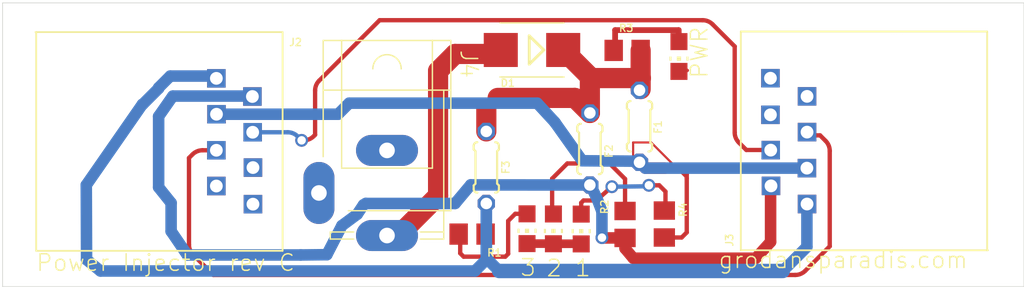
<source format=kicad_pcb>
(kicad_pcb (version 20241229) (generator "pcbnew") (generator_version "9.0")
  (layers (0 "F.Cu" signal) (2 "B.Cu" signal) (13 "F.Paste" user) (15 "B.Paste" user) (5 "F.SilkS" user "F.Silkscreen") (7 "B.SilkS" user "B.Silkscreen") (1 "F.Mask" user) (3 "B.Mask" user) (25 "Edge.Cuts" user))
  (net 0 "")
  (net 1 "+12V")
  (net 2 "GND")
  (net 3 "N$2")
  (net 4 "N$7")
  (net 5 "N$1")
  (net 6 "N$6")
  (net 7 "PWR1")
  (net 8 "PWR2")
  (net 9 "PWR3")
  (net 10 "N$8")
  (net 11 "N$3")
  (net 12 "N$4")
  (footprint "power_injector_rev_c:CHIP-LED0805" (layer "F.Cu") (at 151.3311 110.9336 180)
    (property "Reference" "LED3" (hide yes))
    (property "Value" "")
    (fp_poly (pts (xy 0.525 0) (xy 0.675 0) (xy 0.675 -0.3) (xy 0.525 -0.3)) (fill yes) (layer "F.SilkS"))
    (fp_poly (pts (xy -0.15 0) (xy 0.15 0) (xy 0.15 -0.3) (xy -0.15 -0.3)) (fill yes) (layer "F.SilkS"))
    (fp_poly (pts (xy -0.675 0) (xy -0.525 0) (xy -0.525 -0.3) (xy -0.675 -0.3)) (fill yes) (layer "F.SilkS"))
    (pad "A" smd rect (at 0 1.05 180) (size 1.2 1.2) (layers "F.Cu" "F.Mask" "F.Paste") (net 5 "N$1"))
    (pad "C" smd rect (at 0 -1.05 180) (size 1.2 1.2) (layers "F.Cu" "F.Mask" "F.Paste") (net 2 "GND"))
  )
  (footprint "power_injector_rev_c:R0805" (layer "F.Cu") (at 156.5311 98.3536)
    (property "Reference" "R3" (at -0.635 -1.27 0) (layer "F.SilkS") (effects (font (size 0.516128 0.516128) (thickness 0.093472)) (justify left bottom)))
    (property "Value" "4k7" (hide yes))
    (pad "1" smd rect (at -0.95 0) (size 1.3 1.5) (layers "F.Cu" "F.Mask" "F.Paste") (net 3 "N$2"))
    (pad "2" smd rect (at 0.95 0) (size 1.3 1.5) (layers "F.Cu" "F.Mask" "F.Paste") (net 1 "+12V"))
  )
  (footprint "power_injector_rev_c:R0805" (layer "F.Cu") (at 156.3811 110.6236 -90)
    (property "Reference" "R2" (at -1.805 1.74 90) (layer "F.SilkS") (effects (font (size 0.516128 0.516128) (thickness 0.093472)) (justify right top)))
    (property "Value" "4k7" (hide yes))
    (pad "1" smd rect (at -0.95 0 270) (size 1.3 1.5) (layers "F.Cu" "F.Mask" "F.Paste") (net 5 "N$1"))
    (pad "2" smd rect (at 0.95 0 270) (size 1.3 1.5) (layers "F.Cu" "F.Mask" "F.Paste") (net 8 "PWR2"))
  )
  (footprint "power_injector_rev_c:RJ-45" (layer "F.Cu") (at 121.2211 104.7736 -90)
    (property "Reference" "J2" (at -6.69 -11.43 0) (layer "F.SilkS") (effects (font (size 0.516128 0.516128) (thickness 0.093472)) (justify left bottom)))
    (property "Value" "A00-108-220-450" (hide yes))
    (fp_line (start -7.71 6.35) (end 7.71 6.35) (stroke (width 0.127)) (layer "F.SilkS"))
    (fp_line (start 7.71 6.35) (end 7.71 -11.02) (stroke (width 0.127)) (layer "F.SilkS"))
    (fp_line (start -7.71 -11.02) (end -7.71 6.4) (stroke (width 0.127)) (layer "F.SilkS"))
    (fp_line (start 7.71 -11.02) (end -7.71 -11.02) (stroke (width 0.127)) (layer "F.SilkS"))
    (pad "" np_thru_hole circle (at -5.7 0 270) (size 3.3 3.3) (drill 3.3) (layers "*.Cu" "*.Mask"))
    (pad "" np_thru_hole circle (at 5.7 0 270) (size 3.3 3.3) (drill 3.3) (layers "*.Cu" "*.Mask"))
    (pad "1" thru_hole rect (at -4.45 -6.35 270) (size 1.3064 1.3064) (drill 0.9) (layers "*.Cu" "*.Mask") (net 7 "PWR1"))
    (pad "2" thru_hole rect (at -3.17 -8.89 270) (size 1.3064 1.3064) (drill 0.9) (layers "*.Cu" "*.Mask") (net 8 "PWR2"))
    (pad "3" thru_hole rect (at -1.92 -6.36 270) (size 1.3064 1.3064) (drill 0.9) (layers "*.Cu" "*.Mask") (net 9 "PWR3"))
    (pad "4" thru_hole rect (at -0.65 -8.91 270) (size 1.3064 1.3064) (drill 0.9) (layers "*.Cu" "*.Mask") (net 11 "N$3"))
    (pad "5" thru_hole rect (at 0.62 -6.35 270) (size 1.3064 1.3064) (drill 0.9) (layers "*.Cu" "*.Mask") (net 12 "N$4"))
    (pad "6" thru_hole rect (at 1.84 -8.93 270) (size 1.3064 1.3064) (drill 0.9) (layers "*.Cu" "*.Mask") (net 2 "GND"))
    (pad "7" thru_hole rect (at 3.14 -6.35 270) (size 1.3064 1.3064) (drill 0.9) (layers "*.Cu" "*.Mask") (net 2 "GND"))
    (pad "8" thru_hole rect (at 4.42 -8.93 270) (size 1.3064 1.3064) (drill 0.9) (layers "*.Cu" "*.Mask") (net 2 "GND"))
  )
  (footprint "power_injector_rev_c:0204_5" (layer "F.Cu") (at 146.6011 106.6036 -90)
    (property "Reference" "F3" (at -0.5366 -1.0684 90) (layer "F.SilkS") (effects (font (size 0.520446 0.520446) (thickness 0.089154)) (justify right top)))
    (property "Value" "MF-R050" (hide yes))
    (fp_line (start -1.524 0.889) (end -1.27 0.889) (stroke (width 0.1524)) (layer "F.SilkS"))
    (fp_line (start 1.524 0.889) (end 1.27 0.889) (stroke (width 0.1524)) (layer "F.SilkS"))
    (fp_line (start -1.143 0.762) (end -1.27 0.889) (stroke (width 0.1524)) (layer "F.SilkS"))
    (fp_line (start 1.143 0.762) (end 1.27 0.889) (stroke (width 0.1524)) (layer "F.SilkS"))
    (fp_line (start 1.143 0.762) (end -1.143 0.762) (stroke (width 0.1524)) (layer "F.SilkS"))
    (fp_line (start -1.143 -0.762) (end -1.27 -0.889) (stroke (width 0.1524)) (layer "F.SilkS"))
    (fp_line (start 1.143 -0.762) (end -1.143 -0.762) (stroke (width 0.1524)) (layer "F.SilkS"))
    (fp_line (start 1.143 -0.762) (end 1.27 -0.889) (stroke (width 0.1524)) (layer "F.SilkS"))
    (fp_line (start -1.524 -0.889) (end -1.27 -0.889) (stroke (width 0.1524)) (layer "F.SilkS"))
    (fp_line (start 1.524 -0.889) (end 1.27 -0.889) (stroke (width 0.1524)) (layer "F.SilkS"))
    (fp_arc (start -1.524 0.889) (mid -1.703605 0.814605) (end -1.778 0.635) (stroke (width 0.1524)) (layer "F.SilkS"))
    (fp_arc (start 1.778 0.635) (mid 1.703605 0.814605) (end 1.524 0.889) (stroke (width 0.1524)) (layer "F.SilkS"))
    (fp_arc (start -1.778 -0.635) (mid -1.703605 -0.814605) (end -1.524 -0.889) (stroke (width 0.1524)) (layer "F.SilkS"))
    (fp_arc (start 1.524 -0.889) (mid 1.703605 -0.814605) (end 1.778 -0.635) (stroke (width 0.1524)) (layer "F.SilkS"))
    (pad "1" thru_hole roundrect (at -2.54 0 270) (size 1.2192 1.2192) (drill 0.8128) (layers "*.Cu" "*.Mask") (chamfer_ratio 0.2928932188) (chamfer top_left top_right bottom_left bottom_right) (net 1 "+12V"))
    (pad "2" thru_hole roundrect (at 2.54 0 270) (size 1.2192 1.2192) (drill 0.8128) (layers "*.Cu" "*.Mask") (chamfer_ratio 0.2928932188) (chamfer top_left top_right bottom_left bottom_right) (net 7 "PWR1"))
  )
  (footprint "power_injector_rev_c:CHIP-LED0805" (layer "F.Cu") (at 153.2911 110.9436 180)
    (property "Reference" "LED4" (hide yes))
    (property "Value" "")
    (fp_poly (pts (xy 0.525 0) (xy 0.675 0) (xy 0.675 -0.3) (xy 0.525 -0.3)) (fill yes) (layer "F.SilkS"))
    (fp_poly (pts (xy -0.15 0) (xy 0.15 0) (xy 0.15 -0.3) (xy -0.15 -0.3)) (fill yes) (layer "F.SilkS"))
    (fp_poly (pts (xy -0.675 0) (xy -0.525 0) (xy -0.525 -0.3) (xy -0.675 -0.3)) (fill yes) (layer "F.SilkS"))
    (pad "A" smd rect (at 0 1.05 180) (size 1.2 1.2) (layers "F.Cu" "F.Mask" "F.Paste") (net 6 "N$6"))
    (pad "C" smd rect (at 0 -1.05 180) (size 1.2 1.2) (layers "F.Cu" "F.Mask" "F.Paste") (net 2 "GND"))
  )
  (footprint "power_injector_rev_c:SPC4077" (layer "F.Cu") (at 139.6011 108.4036 -90)
    (property "Reference" "J4" (at -10.16 -5.08 270) (layer "F.SilkS") (effects (font (size 1.1684 1.1684) (thickness 0.1016)) (justify left bottom)))
    (property "Value" "")
    (fp_line (start -10.75 4.5) (end -2.56 4.5) (stroke (width 0.1)) (layer "F.SilkS"))
    (fp_line (start -10.75 4.5) (end -10.75 3.2) (stroke (width 0.1)) (layer "F.SilkS"))
    (fp_line (start -7.25 4.5) (end -7.25 -4) (stroke (width 0.1)) (layer "F.SilkS"))
    (fp_line (start 2.75 4) (end 3.25 4) (stroke (width 0.1)) (layer "F.SilkS"))
    (fp_line (start 2.75 4) (end 2.75 2.35) (stroke (width 0.1)) (layer "F.SilkS"))
    (fp_line (start 3.25 4) (end 3.25 2.35) (stroke (width 0.1)) (layer "F.SilkS"))
    (fp_line (start -10.75 3.2) (end -1.75 3.2) (stroke (width 0.1)) (layer "F.SilkS"))
    (fp_line (start -10.75 3.2) (end -10.75 -3.2) (stroke (width 0.1)) (layer "F.SilkS"))
    (fp_line (start -1.75 3.2) (end -1.75 1) (stroke (width 0.1)) (layer "F.SilkS"))
    (fp_line (start 1.25 2.73) (end 1.25 -4) (stroke (width 0.1)) (layer "F.SilkS"))
    (fp_line (start -1.75 1) (end -1.75 -1) (stroke (width 0.1)) (layer "F.SilkS"))
    (fp_line (start -1.75 -1) (end -1.75 -3.2) (stroke (width 0.1)) (layer "F.SilkS"))
    (fp_line (start 2.75 -2.35) (end 2.75 -4) (stroke (width 0.1)) (layer "F.SilkS"))
    (fp_line (start 3.25 -2.35) (end 3.25 -4) (stroke (width 0.1)) (layer "F.SilkS"))
    (fp_line (start -10.75 -3.2) (end -1.75 -3.2) (stroke (width 0.1)) (layer "F.SilkS"))
    (fp_line (start -10.75 -3.2) (end -10.75 -4.5) (stroke (width 0.1)) (layer "F.SilkS"))
    (fp_line (start -7.25 -4) (end 1.25 -4) (stroke (width 0.1)) (layer "F.SilkS"))
    (fp_line (start -7.25 -4) (end -7.25 -4.5) (stroke (width 0.1)) (layer "F.SilkS"))
    (fp_line (start 1.25 -4) (end 2.75 -4) (stroke (width 0.1)) (layer "F.SilkS"))
    (fp_line (start 1.25 -4) (end 1.25 -4.5) (stroke (width 0.1)) (layer "F.SilkS"))
    (fp_line (start 2.75 -4) (end 3.25 -4) (stroke (width 0.1)) (layer "F.SilkS"))
    (fp_line (start -10.75 -4.5) (end 1.25 -4.5) (stroke (width 0.1)) (layer "F.SilkS"))
    (fp_arc (start -8.75 1) (mid -9.75 0) (end -8.75 -1) (stroke (width 0.1)) (layer "F.SilkS"))
    (pad "1" thru_hole oval (at -3 0) (size 4.3688 2.1844) (drill 1.1) (layers "*.Cu" "*.Mask") (net 2 "GND"))
    (pad "2" thru_hole oval (at 0 4.8 270) (size 4.3688 2.1844) (drill 1.1) (layers "*.Cu" "*.Mask") (net 2 "GND"))
    (pad "3" thru_hole oval (at 3 0) (size 4.3688 2.1844) (drill 1.1) (layers "*.Cu" "*.Mask") (net 10 "N$8"))
  )
  (footprint "power_injector_rev_c:CHIP-LED0805" (layer "F.Cu") (at 149.4711 110.9236 180)
    (property "Reference" "LED2" (hide yes))
    (property "Value" "")
    (fp_poly (pts (xy 0.525 0) (xy 0.675 0) (xy 0.675 -0.3) (xy 0.525 -0.3)) (fill yes) (layer "F.SilkS"))
    (fp_poly (pts (xy -0.15 0) (xy 0.15 0) (xy 0.15 -0.3) (xy -0.15 -0.3)) (fill yes) (layer "F.SilkS"))
    (fp_poly (pts (xy -0.675 0) (xy -0.525 0) (xy -0.525 -0.3) (xy -0.675 -0.3)) (fill yes) (layer "F.SilkS"))
    (pad "A" smd rect (at 0 1.05 180) (size 1.2 1.2) (layers "F.Cu" "F.Mask" "F.Paste") (net 4 "N$7"))
    (pad "C" smd rect (at 0 -1.05 180) (size 1.2 1.2) (layers "F.Cu" "F.Mask" "F.Paste") (net 2 "GND"))
  )
  (footprint "power_injector_rev_c:SMB" (layer "F.Cu") (at 149.8211 98.3236 180)
    (property "Reference" "D1" (at 1.141 -2.029 0) (layer "F.SilkS") (effects (font (size 0.516128 0.516128) (thickness 0.093472)) (justify right top)))
    (property "Value" "PMEG3015EH,115" (hide yes))
    (fp_line (start 0.193 1) (end 0.193 -1) (stroke (width 0.2032)) (layer "F.SilkS"))
    (fp_line (start 0.193 -1) (end -0.83 0) (stroke (width 0.2032)) (layer "F.SilkS"))
    (fp_line (start -0.83 0) (end 0.193 1) (stroke (width 0.2032)) (layer "F.SilkS"))
    (fp_line (start -2.2606 1.905) (end 2.2606 1.905) (stroke (width 0.1016)) (layer "F.SilkS"))
    (fp_line (start -2.2606 -1.905) (end 2.2606 -1.905) (stroke (width 0.1016)) (layer "F.SilkS"))
    (pad "A" smd rect (at 2.2 0 180) (size 2.4 2.4) (layers "F.Cu" "F.Mask" "F.Paste") (net 10 "N$8"))
    (pad "C" smd rect (at -2.2 0 180) (size 2.4 2.4) (layers "F.Cu" "F.Mask" "F.Paste") (net 1 "+12V"))
  )
  (footprint "power_injector_rev_c:CHIP-LED0805" (layer "F.Cu") (at 160.1811 98.7836 180)
    (property "Reference" "LED1" (hide yes))
    (property "Value" "")
    (fp_poly (pts (xy 0.525 0) (xy 0.675 0) (xy 0.675 -0.3) (xy 0.525 -0.3)) (fill yes) (layer "F.SilkS"))
    (fp_poly (pts (xy -0.15 0) (xy 0.15 0) (xy 0.15 -0.3) (xy -0.15 -0.3)) (fill yes) (layer "F.SilkS"))
    (fp_poly (pts (xy -0.675 0) (xy -0.525 0) (xy -0.525 -0.3) (xy -0.675 -0.3)) (fill yes) (layer "F.SilkS"))
    (pad "A" smd rect (at 0 1.05 180) (size 1.2 1.2) (layers "F.Cu" "F.Mask" "F.Paste") (net 3 "N$2"))
    (pad "C" smd rect (at 0 -1.05 180) (size 1.2 1.2) (layers "F.Cu" "F.Mask" "F.Paste") (net 2 "GND"))
  )
  (footprint "power_injector_rev_c:0204_5" (layer "F.Cu") (at 153.9011 105.3036 -90)
    (property "Reference" "F2" (at -0.3766 -1.0384 90) (layer "F.SilkS") (effects (font (size 0.520446 0.520446) (thickness 0.089154)) (justify right top)))
    (property "Value" "MF-R050" (hide yes))
    (fp_line (start -1.524 0.889) (end -1.27 0.889) (stroke (width 0.1524)) (layer "F.SilkS"))
    (fp_line (start 1.524 0.889) (end 1.27 0.889) (stroke (width 0.1524)) (layer "F.SilkS"))
    (fp_line (start -1.143 0.762) (end -1.27 0.889) (stroke (width 0.1524)) (layer "F.SilkS"))
    (fp_line (start 1.143 0.762) (end 1.27 0.889) (stroke (width 0.1524)) (layer "F.SilkS"))
    (fp_line (start 1.143 0.762) (end -1.143 0.762) (stroke (width 0.1524)) (layer "F.SilkS"))
    (fp_line (start -1.143 -0.762) (end -1.27 -0.889) (stroke (width 0.1524)) (layer "F.SilkS"))
    (fp_line (start 1.143 -0.762) (end -1.143 -0.762) (stroke (width 0.1524)) (layer "F.SilkS"))
    (fp_line (start 1.143 -0.762) (end 1.27 -0.889) (stroke (width 0.1524)) (layer "F.SilkS"))
    (fp_line (start -1.524 -0.889) (end -1.27 -0.889) (stroke (width 0.1524)) (layer "F.SilkS"))
    (fp_line (start 1.524 -0.889) (end 1.27 -0.889) (stroke (width 0.1524)) (layer "F.SilkS"))
    (fp_arc (start -1.524 0.889) (mid -1.703605 0.814605) (end -1.778 0.635) (stroke (width 0.1524)) (layer "F.SilkS"))
    (fp_arc (start 1.778 0.635) (mid 1.703605 0.814605) (end 1.524 0.889) (stroke (width 0.1524)) (layer "F.SilkS"))
    (fp_arc (start -1.778 -0.635) (mid -1.703605 -0.814605) (end -1.524 -0.889) (stroke (width 0.1524)) (layer "F.SilkS"))
    (fp_arc (start 1.524 -0.889) (mid 1.703605 -0.814605) (end 1.778 -0.635) (stroke (width 0.1524)) (layer "F.SilkS"))
    (pad "1" thru_hole roundrect (at -2.54 0 270) (size 1.2192 1.2192) (drill 0.8128) (layers "*.Cu" "*.Mask") (chamfer_ratio 0.2928932188) (chamfer top_left top_right bottom_left bottom_right) (net 1 "+12V"))
    (pad "2" thru_hole roundrect (at 2.54 0 270) (size 1.2192 1.2192) (drill 0.8128) (layers "*.Cu" "*.Mask") (chamfer_ratio 0.2928932188) (chamfer top_left top_right bottom_left bottom_right) (net 8 "PWR2"))
  )
  (footprint "power_injector_rev_c:R0805" (layer "F.Cu") (at 145.6011 111.3036)
    (property "Reference" "R1" (at 1.005 1.62 0) (layer "F.SilkS") (effects (font (size 0.516128 0.516128) (thickness 0.093472)) (justify left bottom)))
    (property "Value" "4k7" (hide yes))
    (pad "1" smd rect (at -0.95 0) (size 1.3 1.5) (layers "F.Cu" "F.Mask" "F.Paste") (net 4 "N$7"))
    (pad "2" smd rect (at 0.95 0) (size 1.3 1.5) (layers "F.Cu" "F.Mask" "F.Paste") (net 7 "PWR1"))
  )
  (footprint "power_injector_rev_c:0204_5" (layer "F.Cu") (at 157.4011 103.7036 -90)
    (property "Reference" "F1" (at -0.4766 -0.9984 90) (layer "F.SilkS") (effects (font (size 0.520446 0.520446) (thickness 0.089154)) (justify right top)))
    (property "Value" "MF-R050" (hide yes))
    (fp_line (start -1.524 0.889) (end -1.27 0.889) (stroke (width 0.1524)) (layer "F.SilkS"))
    (fp_line (start 1.524 0.889) (end 1.27 0.889) (stroke (width 0.1524)) (layer "F.SilkS"))
    (fp_line (start -1.143 0.762) (end -1.27 0.889) (stroke (width 0.1524)) (layer "F.SilkS"))
    (fp_line (start 1.143 0.762) (end 1.27 0.889) (stroke (width 0.1524)) (layer "F.SilkS"))
    (fp_line (start 1.143 0.762) (end -1.143 0.762) (stroke (width 0.1524)) (layer "F.SilkS"))
    (fp_line (start -1.143 -0.762) (end -1.27 -0.889) (stroke (width 0.1524)) (layer "F.SilkS"))
    (fp_line (start 1.143 -0.762) (end -1.143 -0.762) (stroke (width 0.1524)) (layer "F.SilkS"))
    (fp_line (start 1.143 -0.762) (end 1.27 -0.889) (stroke (width 0.1524)) (layer "F.SilkS"))
    (fp_line (start -1.524 -0.889) (end -1.27 -0.889) (stroke (width 0.1524)) (layer "F.SilkS"))
    (fp_line (start 1.524 -0.889) (end 1.27 -0.889) (stroke (width 0.1524)) (layer "F.SilkS"))
    (fp_arc (start -1.524 0.889) (mid -1.703605 0.814605) (end -1.778 0.635) (stroke (width 0.1524)) (layer "F.SilkS"))
    (fp_arc (start 1.778 0.635) (mid 1.703605 0.814605) (end 1.524 0.889) (stroke (width 0.1524)) (layer "F.SilkS"))
    (fp_arc (start -1.778 -0.635) (mid -1.703605 -0.814605) (end -1.524 -0.889) (stroke (width 0.1524)) (layer "F.SilkS"))
    (fp_arc (start 1.524 -0.889) (mid 1.703605 -0.814605) (end 1.778 -0.635) (stroke (width 0.1524)) (layer "F.SilkS"))
    (pad "1" thru_hole roundrect (at -2.54 0 270) (size 1.2192 1.2192) (drill 0.8128) (layers "*.Cu" "*.Mask") (chamfer_ratio 0.2928932188) (chamfer top_left top_right bottom_left bottom_right) (net 1 "+12V"))
    (pad "2" thru_hole roundrect (at 2.54 0 270) (size 1.2192 1.2192) (drill 0.8128) (layers "*.Cu" "*.Mask") (chamfer_ratio 0.2928932188) (chamfer top_left top_right bottom_left bottom_right) (net 9 "PWR3"))
  )
  (footprint "power_injector_rev_c:R0805" (layer "F.Cu") (at 159.1511 110.5936 -90)
    (property "Reference" "R4" (at -1.575 -1.02 90) (layer "F.SilkS") (effects (font (size 0.516128 0.516128) (thickness 0.093472)) (justify right top)))
    (property "Value" "4k7" (hide yes))
    (pad "1" smd rect (at -0.95 0 270) (size 1.3 1.5) (layers "F.Cu" "F.Mask" "F.Paste") (net 6 "N$6"))
    (pad "2" smd rect (at 0.95 0 270) (size 1.3 1.5) (layers "F.Cu" "F.Mask" "F.Paste") (net 9 "PWR3"))
  )
  (footprint "power_injector_rev_c:RJ-45" (layer "F.Cu") (at 175.5611 104.7336 90)
    (property "Reference" "J3" (at -6.49 -12.12 90) (layer "F.SilkS") (effects (font (size 0.516128 0.516128) (thickness 0.093472)) (justify right top)))
    (property "Value" "A00-108-220-450" (hide yes))
    (fp_line (start 7.71 -11.02) (end -7.71 -11.02) (stroke (width 0.127)) (layer "F.SilkS"))
    (fp_line (start -7.71 -11.02) (end -7.71 6.4) (stroke (width 0.127)) (layer "F.SilkS"))
    (fp_line (start 7.71 6.35) (end 7.71 -11.02) (stroke (width 0.127)) (layer "F.SilkS"))
    (fp_line (start -7.71 6.35) (end 7.71 6.35) (stroke (width 0.127)) (layer "F.SilkS"))
    (pad "" np_thru_hole circle (at -5.7 0 90) (size 3.3 3.3) (drill 3.3) (layers "*.Cu" "*.Mask"))
    (pad "" np_thru_hole circle (at 5.7 0 90) (size 3.3 3.3) (drill 3.3) (layers "*.Cu" "*.Mask"))
    (pad "1" thru_hole rect (at -4.45 -6.35 90) (size 1.3064 1.3064) (drill 0.9) (layers "*.Cu" "*.Mask") (net 7 "PWR1"))
    (pad "2" thru_hole rect (at -3.17 -8.89 90) (size 1.3064 1.3064) (drill 0.9) (layers "*.Cu" "*.Mask") (net 8 "PWR2"))
    (pad "3" thru_hole rect (at -1.92 -6.36 90) (size 1.3064 1.3064) (drill 0.9) (layers "*.Cu" "*.Mask") (net 9 "PWR3"))
    (pad "4" thru_hole rect (at -0.65 -8.91 90) (size 1.3064 1.3064) (drill 0.9) (layers "*.Cu" "*.Mask") (net 11 "N$3"))
    (pad "5" thru_hole rect (at 0.62 -6.35 90) (size 1.3064 1.3064) (drill 0.9) (layers "*.Cu" "*.Mask") (net 12 "N$4"))
    (pad "6" thru_hole rect (at 1.84 -8.93 90) (size 1.3064 1.3064) (drill 0.9) (layers "*.Cu" "*.Mask") (net 2 "GND"))
    (pad "7" thru_hole rect (at 3.14 -6.35 90) (size 1.3064 1.3064) (drill 0.9) (layers "*.Cu" "*.Mask") (net 2 "GND"))
    (pad "8" thru_hole rect (at 4.42 -8.93 90) (size 1.3064 1.3064) (drill 0.9) (layers "*.Cu" "*.Mask") (net 2 "GND"))
  )
  (gr_line (start 184.5011 95.0036) (end 184.5011 115.0036) (stroke (width 0.05)) (layer "Edge.Cuts"))
  (gr_line (start 112.5011 95.0036) (end 184.5011 95.0036) (stroke (width 0.05)) (layer "Edge.Cuts"))
  (gr_line (start 184.5011 115.0036) (end 112.5011 115.0036) (stroke (width 0.05)) (layer "Edge.Cuts"))
  (gr_line (start 112.5011 115.0036) (end 112.5011 95.0036) (stroke (width 0.05)) (layer "Edge.Cuts"))
  (gr_text "PWR" (at 162.3011 100.4036 90) (layer "F.SilkS") (effects (font (size 1.1684 1.1684) (thickness 0.1016)) (justify left bottom)))
  (gr_text "grodansparadis.com" (at 162.9011 113.8036 0) (layer "F.SilkS") (effects (font (size 1.1684 1.1684) (thickness 0.1016)) (justify left bottom)))
  (gr_text "3" (at 148.927218 114.347244 0) (layer "F.SilkS") (effects (font (size 1.1684 1.1684) (thickness 0.1016)) (justify left bottom)))
  (gr_text "Power Injector rev C" (at 114.8011 114.0036 0) (layer "F.SilkS") (effects (font (size 1.1684 1.1684) (thickness 0.1016)) (justify left bottom)))
  (gr_text "2" (at 150.767218 114.387244 0) (layer "F.SilkS") (effects (font (size 1.1684 1.1684) (thickness 0.1016)) (justify left bottom)))
  (gr_text "1" (at 152.787218 114.377244 0) (layer "F.SilkS") (effects (font (size 1.1684 1.1684) (thickness 0.1016)) (justify left bottom)))
  (segment (start 157.4011 100.4036) (end 157.4011 101.1636) (width 0.8128) (layer "F.Cu") (net 1))
  (segment (start 147.4011 101.7036) (end 152.8411 101.7036) (width 1.4224) (layer "F.Cu") (net 1))
  (segment (start 157.5011 100.3036) (end 157.4011 100.4036) (width 0.8128) (layer "F.Cu") (net 1))
  (segment (start 146.6011 102.5036) (end 147.4011 101.7036) (width 0.8128) (layer "F.Cu") (net 1))
  (segment (start 157.4011 101.1636) (end 157.4811 101.0836) (width 0.8128) (layer "F.Cu") (net 1))
  (segment (start 154.0011 100.3036) (end 157.5011 100.3036) (width 1.4224) (layer "F.Cu") (net 1))
  (segment (start 153.9011 100.2036) (end 154.0011 100.3036) (width 0.8128) (layer "F.Cu") (net 1))
  (segment (start 152.8411 101.7036) (end 153.9011 102.7636) (width 1.4224) (layer "F.Cu") (net 1))
  (segment (start 157.4811 101.0836) (end 157.4811 98.3536) (width 1.4224) (layer "F.Cu") (net 1))
  (segment (start 153.9011 100.2036) (end 152.0211 98.3236) (width 1.4224) (layer "F.Cu") (net 1))
  (segment (start 153.9011 102.7636) (end 153.9011 100.2036) (width 1.4224) (layer "F.Cu") (net 1))
  (segment (start 146.6011 104.0636) (end 146.6011 102.5036) (width 1.4224) (layer "F.Cu") (net 1))
  (segment (start 151.3311 111.9836) (end 153.2911 111.9836) (width 0.6096) (layer "F.Cu") (net 2))
  (segment (start 151.3311 111.9736) (end 151.3311 111.9836) (width 0.6096) (layer "F.Cu") (net 2))
  (segment (start 149.4711 111.9736) (end 151.3311 111.9736) (width 0.6096) (layer "F.Cu") (net 2))
  (segment (start 160.1811 99.8336) (end 160.7611 99.7636) (width 0.254) (layer "F.Cu") (net 2))
  (segment (start 153.2911 111.9836) (end 153.2911 111.9936) (width 0.6096) (layer "F.Cu") (net 2))
  (segment (start 160.1611 96.9236) (end 160.1811 97.7336) (width 0.4064) (layer "F.Cu") (net 3))
  (segment (start 155.6811 96.9236) (end 160.1611 96.9236) (width 0.4064) (layer "F.Cu") (net 3))
  (segment (start 155.5811 98.3536) (end 155.6811 98.4936) (width 0.254) (layer "F.Cu") (net 3))
  (segment (start 155.6811 98.4936) (end 155.6811 96.9236) (width 0.4064) (layer "F.Cu") (net 3))
  (segment (start 148.6411 109.8736) (end 148.1411 110.3736) (width 0.3048) (layer "F.Cu") (net 4))
  (segment (start 144.7611 111.4136) (end 144.6511 111.3036) (width 0.3048) (layer "F.Cu") (net 4))
  (segment (start 147.9411 112.8936) (end 145.0011 112.8936) (width 0.3048) (layer "F.Cu") (net 4))
  (segment (start 145.0011 112.8936) (end 144.7611 112.6536) (width 0.3048) (layer "F.Cu") (net 4))
  (segment (start 148.1411 112.6936) (end 147.9411 112.8936) (width 0.3048) (layer "F.Cu") (net 4))
  (segment (start 144.7611 112.6536) (end 144.7611 111.4136) (width 0.3048) (layer "F.Cu") (net 4))
  (segment (start 149.4711 109.8736) (end 148.6411 109.8736) (width 0.3048) (layer "F.Cu") (net 4))
  (segment (start 148.1411 110.3736) (end 148.1411 112.6936) (width 0.3048) (layer "F.Cu") (net 4))
  (segment (start 156.3811 109.6736) (end 156.3811 107.4136) (width 0.3048) (layer "F.Cu") (net 5))
  (segment (start 156.3811 107.4136) (end 155.2911 106.3236) (width 0.3048) (layer "F.Cu") (net 5))
  (segment (start 151.2411 107.3936) (end 151.2411 109.7936) (width 0.3048) (layer "F.Cu") (net 5))
  (segment (start 152.3111 106.3236) (end 151.2411 107.3936) (width 0.3048) (layer "F.Cu") (net 5))
  (segment (start 155.2911 106.3236) (end 152.3111 106.3236) (width 0.3048) (layer "F.Cu") (net 5))
  (segment (start 151.2411 109.7936) (end 151.3311 109.8836) (width 0.3048) (layer "F.Cu") (net 5))
  (segment (start 154.3511 108.9336) (end 155.4511 107.9636) (width 0.3048) (layer "F.Cu") (net 6))
  (segment (start 158.7911 107.8636) (end 159.2311 108.3036) (width 0.3048) (layer "F.Cu") (net 6))
  (segment (start 153.4511 108.9336) (end 154.3511 108.9336) (width 0.3048) (layer "F.Cu") (net 6))
  (segment (start 153.2911 109.0936) (end 153.4511 108.9336) (width 0.3048) (layer "F.Cu") (net 6))
  (segment (start 159.2311 109.5636) (end 159.1511 109.6436) (width 0.3048) (layer "F.Cu") (net 6))
  (segment (start 153.2911 109.8936) (end 153.2911 109.0936) (width 0.3048) (layer "F.Cu") (net 6))
  (segment (start 158.0611 107.8636) (end 158.7911 107.8636) (width 0.3048) (layer "F.Cu") (net 6))
  (segment (start 159.2311 108.3036) (end 159.2311 109.5636) (width 0.3048) (layer "F.Cu") (net 6))
  (via (at 155.4511 107.9636) (size 0.9048) (drill 0.6) (layers "F.Cu" "B.Cu") (net 6))
  (via (at 158.0611 107.8636) (size 0.9048) (drill 0.6) (layers "F.Cu" "B.Cu") (net 6))
  (segment (start 157.7911 107.9336) (end 158.0611 107.8636) (width 0.3048) (layer "B.Cu") (net 6))
  (segment (start 155.4511 107.9636) (end 157.7911 107.9336) (width 0.3048) (layer "B.Cu") (net 6))
  (segment (start 146.7911 108.6536) (end 146.7911 111.1936) (width 0.2032) (layer "F.Cu") (net 7))
  (segment (start 146.7911 111.1936) (end 146.5511 111.3036) (width 0.2032) (layer "F.Cu") (net 7))
  (segment (start 146.7911 108.6536) (end 146.6011 109.1436) (width 0.2032) (layer "F.Cu") (net 7))
  (segment (start 146.6011 113.1036) (end 146.6011 109.1436) (width 0.8128) (layer "B.Cu") (net 7))
  (segment (start 146.6011 109.1436) (end 146.6011 113.0036) (width 0.8128) (layer "B.Cu") (net 7))
  (segment (start 123.5011 100.9836) (end 124.3211 100.1636) (width 0.8128) (layer "B.Cu") (net 7))
  (segment (start 167.5011 113.9036) (end 169.2011 112.2036) (width 0.8128) (layer "B.Cu") (net 7))
  (segment (start 123.5011 101.0336) (end 123.5011 100.9836) (width 0.8128) (layer "B.Cu") (net 7))
  (segment (start 122.377393 102.157307) (end 123.5011 101.0336) (width 0.8128) (layer "B.Cu") (net 7))
  (segment (start 169.2011 109.1936) (end 169.2111 109.1836) (width 0.8128) (layer "B.Cu") (net 7))
  (segment (start 147.5011 113.9036) (end 167.5011 113.9036) (width 1.016) (layer "B.Cu") (net 7))
  (segment (start 124.3211 100.1636) (end 127.4111 100.1636) (width 0.8128) (layer "B.Cu") (net 7))
  (segment (start 118.4011 107.8436) (end 122.353765 102.157307) (width 0.8128) (layer "B.Cu") (net 7))
  (segment (start 169.2011 112.2036) (end 169.2011 109.1936) (width 0.8128) (layer "B.Cu") (net 7))
  (segment (start 119.4011 113.9036) (end 118.4211 113.1036) (width 0.8128) (layer "B.Cu") (net 7))
  (segment (start 119.4011 113.9036) (end 145.8011 113.9036) (width 0.8128) (layer "B.Cu") (net 7))
  (segment (start 127.4111 100.1636) (end 127.5711 100.3236) (width 0.8128) (layer "B.Cu") (net 7))
  (segment (start 146.6011 113.0036) (end 147.5011 113.9036) (width 0.8128) (layer "B.Cu") (net 7))
  (segment (start 145.8011 113.9036) (end 146.6011 113.1036) (width 0.8128) (layer "B.Cu") (net 7))
  (segment (start 118.4211 113.1036) (end 118.4011 107.8436) (width 0.8128) (layer "B.Cu") (net 7))
  (segment (start 122.353765 102.157307) (end 122.377393 102.157307) (width 0.8128) (layer "B.Cu") (net 7))
  (segment (start 156.3811 111.5736) (end 156.3811 112.3136) (width 0.8128) (layer "F.Cu") (net 8))
  (segment (start 166.6411 111.8536) (end 166.6411 107.9336) (width 0.8128) (layer "F.Cu") (net 8))
  (segment (start 156.9611 113.0036) (end 165.6011 113.0036) (width 0.8128) (layer "F.Cu") (net 8))
  (segment (start 156.3811 112.3136) (end 156.9611 113.0036) (width 0.8128) (layer "F.Cu") (net 8))
  (segment (start 154.7711 111.5736) (end 154.7511 111.5536) (width 0.3048) (layer "F.Cu") (net 8))
  (segment (start 166.6411 107.9336) (end 166.6711 107.9036) (width 0.3048) (layer "F.Cu") (net 8))
  (segment (start 165.6011 113.0036) (end 166.6411 111.8536) (width 0.8128) (layer "F.Cu") (net 8))
  (segment (start 156.3811 111.5736) (end 154.7711 111.5736) (width 0.8128) (layer "F.Cu") (net 8))
  (via (at 154.7511 111.5536) (size 0.9048) (drill 0.6) (layers "F.Cu" "B.Cu") (net 8))
  (segment (start 125.5211 112.7736) (end 124.3811 111.1036) (width 0.8128) (layer "B.Cu") (net 8))
  (segment (start 138.1011 109.1436) (end 144.4011 109.1436) (width 0.8128) (layer "B.Cu") (net 8))
  (segment (start 154.7511 109.7036) (end 154.4311 108.8636) (width 0.8128) (layer "B.Cu") (net 8))
  (segment (start 135.3611 112.7536) (end 133.5211 112.7736) (width 0.8128) (layer "B.Cu") (net 8))
  (segment (start 136.4211 110.7036) (end 135.3611 112.7536) (width 0.8128) (layer "B.Cu") (net 8))
  (segment (start 154.4311 108.8636) (end 153.9811 107.9236) (width 0.8128) (layer "B.Cu") (net 8))
  (segment (start 124.3811 109.1036) (end 123.5011 108.0036) (width 0.8128) (layer "B.Cu") (net 8))
  (segment (start 123.5011 108.0036) (end 123.5011 103.0036) (width 0.8128) (layer "B.Cu") (net 8))
  (segment (start 145.5011 107.8336) (end 153.8611 107.8436) (width 0.8128) (layer "B.Cu") (net 8))
  (segment (start 136.4211 110.7036) (end 137.5011 109.9036) (width 0.8128) (layer "B.Cu") (net 8))
  (segment (start 124.5011 101.5736) (end 130.038675 101.5736) (width 0.8128) (layer "B.Cu") (net 8))
  (segment (start 123.5011 103.0036) (end 124.5011 101.5736) (width 0.8128) (layer "B.Cu") (net 8))
  (segment (start 144.4011 109.1436) (end 145.5011 107.8336) (width 0.8128) (layer "B.Cu") (net 8))
  (segment (start 153.9811 107.9236) (end 153.9011 107.8436) (width 0.3048) (layer "B.Cu") (net 8))
  (segment (start 133.5211 112.7736) (end 125.5211 112.7736) (width 0.8128) (layer "B.Cu") (net 8))
  (segment (start 153.8611 107.8436) (end 153.9011 107.8436) (width 0.8128) (layer "B.Cu") (net 8))
  (segment (start 124.3811 111.1036) (end 124.3811 109.1036) (width 0.8128) (layer "B.Cu") (net 8))
  (segment (start 137.5011 109.9036) (end 137.9411 109.2436) (width 0.8128) (layer "B.Cu") (net 8))
  (segment (start 137.9411 109.2436) (end 138.1011 109.1436) (width 0.8128) (layer "B.Cu") (net 8))
  (segment (start 154.7511 111.5536) (end 154.7511 109.7036) (width 0.8128) (layer "B.Cu") (net 8))
  (arc (start 130.038675 101.5736) (mid 130.077871 101.581397) (end 130.1111 101.6036) (width 0.8128) (layer "B.Cu") (net 8))
  (segment (start 160.7311 111.1836) (end 160.7311 107.3836) (width 0.3048) (layer "F.Cu") (net 9))
  (segment (start 156.9511 106.1136) (end 157.4011 106.2436) (width 0.1524) (layer "F.Cu") (net 9))
  (segment (start 156.9511 104.8436) (end 158.2211 104.8436) (width 0.1524) (layer "F.Cu") (net 9))
  (segment (start 160.3711 111.5436) (end 160.7311 111.1836) (width 0.3048) (layer "F.Cu") (net 9))
  (segment (start 158.2211 104.8436) (end 160.7611 107.3836) (width 0.1524) (layer "F.Cu") (net 9))
  (segment (start 160.7311 107.3836) (end 160.7311 107.0836) (width 0.3048) (layer "F.Cu") (net 9))
  (segment (start 160.3011 106.6536) (end 159.2611 106.6536) (width 0.3048) (layer "F.Cu") (net 9))
  (segment (start 160.7611 107.3836) (end 160.7311 107.3836) (width 0.1524) (layer "F.Cu") (net 9))
  (segment (start 156.9511 106.1136) (end 156.9511 104.8436) (width 0.1524) (layer "F.Cu") (net 9))
  (segment (start 159.1511 111.5436) (end 160.3711 111.5436) (width 0.3048) (layer "F.Cu") (net 9))
  (segment (start 157.4011 106.2436) (end 157.8111 106.6536) (width 0.8128) (layer "F.Cu") (net 9))
  (segment (start 157.8111 106.6536) (end 159.2011 106.6536) (width 0.8128) (layer "F.Cu") (net 9))
  (segment (start 160.7311 107.0836) (end 160.3011 106.6536) (width 0.3048) (layer "F.Cu") (net 9))
  (segment (start 150.1911 102.0736) (end 151.4111 103.3936) (width 0.8128) (layer "B.Cu") (net 9))
  (segment (start 136.1511 102.8536) (end 136.9311 102.0736) (width 0.8128) (layer "B.Cu") (net 9))
  (segment (start 151.4111 103.3936) (end 151.4711 103.4736) (width 0.8128) (layer "B.Cu") (net 9))
  (segment (start 157.8111 106.6536) (end 169.2011 106.6536) (width 0.8128) (layer "B.Cu") (net 9))
  (segment (start 153.3611 106.1336) (end 157.3211 106.1636) (width 0.8128) (layer "B.Cu") (net 9))
  (segment (start 157.3211 106.1636) (end 157.4011 106.2436) (width 0.8128) (layer "B.Cu") (net 9))
  (segment (start 151.4711 103.4736) (end 153.3611 106.1336) (width 0.8128) (layer "B.Cu") (net 9))
  (segment (start 136.9311 102.0736) (end 150.1911 102.0736) (width 0.8128) (layer "B.Cu") (net 9))
  (segment (start 157.4011 106.2436) (end 157.8111 106.6536) (width 0.8128) (layer "B.Cu") (net 9))
  (segment (start 127.5811 102.8536) (end 136.1511 102.8536) (width 0.8128) (layer "B.Cu") (net 9))
  (segment (start 144.4011 98.6036) (end 147.3411 98.6036) (width 1.4224) (layer "F.Cu") (net 10))
  (segment (start 140.4011 111.4036) (end 143.2011 108.6036) (width 1.4224) (layer "F.Cu") (net 10))
  (segment (start 143.2011 99.8036) (end 144.4011 98.6036) (width 1.4224) (layer "F.Cu") (net 10))
  (segment (start 143.2011 108.6036) (end 143.2011 99.8036) (width 1.4224) (layer "F.Cu") (net 10))
  (segment (start 139.6011 111.4036) (end 140.4011 111.4036) (width 1.4224) (layer "F.Cu") (net 10))
  (segment (start 147.3411 98.6036) (end 147.6211 98.3236) (width 1.4224) (layer "F.Cu") (net 10))
  (segment (start 134.5311 104.3036) (end 134.5311 101.187813) (width 0.3048) (layer "F.Cu") (net 11))
  (segment (start 133.5811 104.6936) (end 133.726887 104.6936) (width 0.3048) (layer "F.Cu") (net 11))
  (segment (start 139.0811 96.2236) (end 161.846887 96.2236) (width 0.3048) (layer "F.Cu") (net 11))
  (segment (start 162.553993 96.516494) (end 164.1111 98.0736) (width 0.3048) (layer "F.Cu") (net 11))
  (segment (start 164.403993 104.846494) (end 164.9311 105.3736) (width 0.3048) (layer "F.Cu") (net 11))
  (segment (start 134.433993 104.400707) (end 134.5311 104.3036) (width 0.3048) (layer "F.Cu") (net 11))
  (segment (start 164.9311 105.3736) (end 166.626959 105.3736) (width 0.3048) (layer "F.Cu") (net 11))
  (segment (start 164.1111 98.0736) (end 164.1111 104.139388) (width 0.3048) (layer "F.Cu") (net 11))
  (segment (start 134.823993 100.480707) (end 139.0811 96.2236) (width 0.3048) (layer "F.Cu") (net 11))
  (via (at 133.5811 104.6936) (size 0.9048) (drill 0.6) (layers "F.Cu" "B.Cu") (net 11))
  (arc (start 161.846887 96.2236) (mid 162.22957 96.299721) (end 162.553993 96.516494) (width 0.3048) (layer "F.Cu") (net 11))
  (arc (start 166.626959 105.3736) (mid 166.640024 105.376199) (end 166.6511 105.3836) (width 0.3048) (layer "F.Cu") (net 11))
  (arc (start 164.1111 104.139388) (mid 164.18722 104.522071) (end 164.403993 104.846494) (width 0.3048) (layer "F.Cu") (net 11))
  (arc (start 133.726887 104.6936) (mid 134.10957 104.617479) (end 134.433993 104.400707) (width 0.3048) (layer "F.Cu") (net 11))
  (arc (start 134.5311 101.187813) (mid 134.607221 100.80513) (end 134.823993 100.480707) (width 0.3048) (layer "F.Cu") (net 11))
  (segment (start 130.1311 104.1236) (end 132.596887 104.1236) (width 0.3048) (layer "B.Cu") (net 11))
  (segment (start 133.303993 104.416494) (end 133.5811 104.6936) (width 0.3048) (layer "B.Cu") (net 11))
  (arc (start 132.596887 104.1236) (mid 132.97957 104.199721) (end 133.303993 104.416494) (width 0.3048) (layer "B.Cu") (net 11))
  (segment (start 125.933993 112.756494) (end 127.3611 114.1836) (width 0.3048) (layer "F.Cu") (net 12))
  (segment (start 127.5711 105.3936) (end 126.595312 105.3936) (width 0.3048) (layer "F.Cu") (net 12))
  (segment (start 170.518206 104.730707) (end 170.1311 104.3436) (width 0.3048) (layer "F.Cu") (net 12))
  (segment (start 170.1311 104.3436) (end 169.766368 104.3436) (width 0.3048) (layer "F.Cu") (net 12))
  (segment (start 125.6411 105.9336) (end 125.6411 112.049388) (width 0.3048) (layer "F.Cu") (net 12))
  (segment (start 125.888206 105.686494) (end 125.6411 105.9336) (width 0.3048) (layer "F.Cu") (net 12))
  (segment (start 169.083993 113.890707) (end 170.8111 112.1636) (width 0.3048) (layer "F.Cu") (net 12))
  (segment (start 127.3611 114.1836) (end 168.376887 114.1836) (width 0.3048) (layer "F.Cu") (net 12))
  (segment (start 170.8111 112.1636) (end 170.8111 105.437813) (width 0.3048) (layer "F.Cu") (net 12))
  (arc (start 170.8111 105.437813) (mid 170.734979 105.05513) (end 170.518206 104.730707) (width 0.3048) (layer "F.Cu") (net 12))
  (arc (start 168.376887 114.1836) (mid 168.75957 114.107479) (end 169.083993 113.890707) (width 0.3048) (layer "F.Cu") (net 12))
  (arc (start 125.6411 112.049388) (mid 125.71722 112.432071) (end 125.933993 112.756494) (width 0.3048) (layer "F.Cu") (net 12))
  (arc (start 126.595312 105.3936) (mid 126.212629 105.469721) (end 125.888206 105.686494) (width 0.3048) (layer "F.Cu") (net 12))
  (arc (start 169.766368 104.3436) (mid 169.465859 104.283825) (end 169.2111 104.1136) (width 0.3048) (layer "F.Cu") (net 12))
)
</source>
